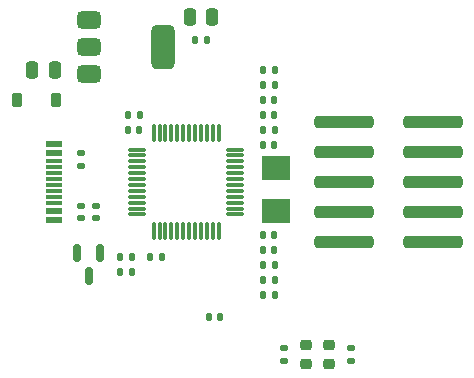
<source format=gbr>
G04 #@! TF.GenerationSoftware,KiCad,Pcbnew,9.0.2+dfsg-1*
G04 #@! TF.CreationDate,2025-08-10T10:43:45+08:00*
G04 #@! TF.ProjectId,stlink,73746c69-6e6b-42e6-9b69-6361645f7063,a*
G04 #@! TF.SameCoordinates,Original*
G04 #@! TF.FileFunction,Paste,Top*
G04 #@! TF.FilePolarity,Positive*
%FSLAX46Y46*%
G04 Gerber Fmt 4.6, Leading zero omitted, Abs format (unit mm)*
G04 Created by KiCad (PCBNEW 9.0.2+dfsg-1) date 2025-08-10 10:43:45*
%MOMM*%
%LPD*%
G01*
G04 APERTURE LIST*
G04 Aperture macros list*
%AMRoundRect*
0 Rectangle with rounded corners*
0 $1 Rounding radius*
0 $2 $3 $4 $5 $6 $7 $8 $9 X,Y pos of 4 corners*
0 Add a 4 corners polygon primitive as box body*
4,1,4,$2,$3,$4,$5,$6,$7,$8,$9,$2,$3,0*
0 Add four circle primitives for the rounded corners*
1,1,$1+$1,$2,$3*
1,1,$1+$1,$4,$5*
1,1,$1+$1,$6,$7*
1,1,$1+$1,$8,$9*
0 Add four rect primitives between the rounded corners*
20,1,$1+$1,$2,$3,$4,$5,0*
20,1,$1+$1,$4,$5,$6,$7,0*
20,1,$1+$1,$6,$7,$8,$9,0*
20,1,$1+$1,$8,$9,$2,$3,0*%
G04 Aperture macros list end*
%ADD10RoundRect,0.250000X0.250000X0.475000X-0.250000X0.475000X-0.250000X-0.475000X0.250000X-0.475000X0*%
%ADD11RoundRect,0.250000X-0.250000X-0.475000X0.250000X-0.475000X0.250000X0.475000X-0.250000X0.475000X0*%
%ADD12RoundRect,0.135000X-0.185000X0.135000X-0.185000X-0.135000X0.185000X-0.135000X0.185000X0.135000X0*%
%ADD13RoundRect,0.140000X-0.140000X-0.170000X0.140000X-0.170000X0.140000X0.170000X-0.140000X0.170000X0*%
%ADD14RoundRect,0.140000X0.140000X0.170000X-0.140000X0.170000X-0.140000X-0.170000X0.140000X-0.170000X0*%
%ADD15RoundRect,0.250000X-2.250000X-0.260000X2.250000X-0.260000X2.250000X0.260000X-2.250000X0.260000X0*%
%ADD16RoundRect,0.218750X-0.256250X0.218750X-0.256250X-0.218750X0.256250X-0.218750X0.256250X0.218750X0*%
%ADD17RoundRect,0.218750X0.256250X-0.218750X0.256250X0.218750X-0.256250X0.218750X-0.256250X-0.218750X0*%
%ADD18RoundRect,0.135000X0.185000X-0.135000X0.185000X0.135000X-0.185000X0.135000X-0.185000X-0.135000X0*%
%ADD19RoundRect,0.225000X0.225000X0.375000X-0.225000X0.375000X-0.225000X-0.375000X0.225000X-0.375000X0*%
%ADD20RoundRect,0.075000X0.662500X0.075000X-0.662500X0.075000X-0.662500X-0.075000X0.662500X-0.075000X0*%
%ADD21RoundRect,0.075000X0.075000X0.662500X-0.075000X0.662500X-0.075000X-0.662500X0.075000X-0.662500X0*%
%ADD22RoundRect,0.135000X-0.135000X-0.185000X0.135000X-0.185000X0.135000X0.185000X-0.135000X0.185000X0*%
%ADD23RoundRect,0.135000X0.135000X0.185000X-0.135000X0.185000X-0.135000X-0.185000X0.135000X-0.185000X0*%
%ADD24RoundRect,0.150000X-0.150000X0.587500X-0.150000X-0.587500X0.150000X-0.587500X0.150000X0.587500X0*%
%ADD25R,2.400000X2.000000*%
%ADD26R,1.450000X0.600000*%
%ADD27R,1.450000X0.300000*%
%ADD28RoundRect,0.375000X-0.625000X-0.375000X0.625000X-0.375000X0.625000X0.375000X-0.625000X0.375000X0*%
%ADD29RoundRect,0.500000X-0.500000X-1.400000X0.500000X-1.400000X0.500000X1.400000X-0.500000X1.400000X0*%
G04 APERTURE END LIST*
D10*
G04 #@! TO.C,C4*
X109535000Y-79375000D03*
X107635000Y-79375000D03*
G04 #@! TD*
D11*
G04 #@! TO.C,C5*
X120970000Y-74930000D03*
X122870000Y-74930000D03*
G04 #@! TD*
D12*
G04 #@! TO.C,R5*
X113030000Y-90930000D03*
X113030000Y-91950000D03*
G04 #@! TD*
D13*
G04 #@! TO.C,C6*
X127155000Y-94615000D03*
X128115000Y-94615000D03*
G04 #@! TD*
G04 #@! TO.C,C7*
X127155000Y-81915000D03*
X128115000Y-81915000D03*
G04 #@! TD*
D14*
G04 #@! TO.C,C8*
X116685000Y-84455000D03*
X115725000Y-84455000D03*
G04 #@! TD*
G04 #@! TO.C,C9*
X123515000Y-100330000D03*
X122555000Y-100330000D03*
G04 #@! TD*
D15*
G04 #@! TO.C,J2*
X133995000Y-83820000D03*
X141595000Y-83820000D03*
X133995000Y-86360000D03*
X141595000Y-86360000D03*
X133995000Y-88900000D03*
X141595000Y-88900000D03*
X133995000Y-91440000D03*
X141595000Y-91440000D03*
X133995000Y-93980000D03*
X141595000Y-93980000D03*
G04 #@! TD*
D13*
G04 #@! TO.C,C2*
X127155000Y-93345000D03*
X128115000Y-93345000D03*
G04 #@! TD*
G04 #@! TO.C,C3*
X127155000Y-85725000D03*
X128115000Y-85725000D03*
G04 #@! TD*
D16*
G04 #@! TO.C,D2*
X132715000Y-102717500D03*
X132715000Y-104292500D03*
G04 #@! TD*
D17*
G04 #@! TO.C,D3*
X130810000Y-104292500D03*
X130810000Y-102717500D03*
G04 #@! TD*
D18*
G04 #@! TO.C,R14*
X134620000Y-104015000D03*
X134620000Y-102995000D03*
G04 #@! TD*
D19*
G04 #@! TO.C,D1*
X109600000Y-81915000D03*
X106300000Y-81915000D03*
G04 #@! TD*
D20*
G04 #@! TO.C,U1*
X124812500Y-91650000D03*
X124812500Y-91150000D03*
X124812500Y-90650000D03*
X124812500Y-90150000D03*
X124812500Y-89650000D03*
X124812500Y-89150000D03*
X124812500Y-88650000D03*
X124812500Y-88150000D03*
X124812500Y-87650000D03*
X124812500Y-87150000D03*
X124812500Y-86650000D03*
X124812500Y-86150000D03*
D21*
X123400000Y-84737500D03*
X122900000Y-84737500D03*
X122400000Y-84737500D03*
X121900000Y-84737500D03*
X121400000Y-84737500D03*
X120900000Y-84737500D03*
X120400000Y-84737500D03*
X119900000Y-84737500D03*
X119400000Y-84737500D03*
X118900000Y-84737500D03*
X118400000Y-84737500D03*
X117900000Y-84737500D03*
D20*
X116487500Y-86150000D03*
X116487500Y-86650000D03*
X116487500Y-87150000D03*
X116487500Y-87650000D03*
X116487500Y-88150000D03*
X116487500Y-88650000D03*
X116487500Y-89150000D03*
X116487500Y-89650000D03*
X116487500Y-90150000D03*
X116487500Y-90650000D03*
X116487500Y-91150000D03*
X116487500Y-91650000D03*
D21*
X117900000Y-93062500D03*
X118400000Y-93062500D03*
X118900000Y-93062500D03*
X119400000Y-93062500D03*
X119900000Y-93062500D03*
X120400000Y-93062500D03*
X120900000Y-93062500D03*
X121400000Y-93062500D03*
X121900000Y-93062500D03*
X122400000Y-93062500D03*
X122900000Y-93062500D03*
X123400000Y-93062500D03*
G04 #@! TD*
D13*
G04 #@! TO.C,C1*
X127155000Y-83185000D03*
X128115000Y-83185000D03*
G04 #@! TD*
D22*
G04 #@! TO.C,R1*
X127125000Y-84455000D03*
X128145000Y-84455000D03*
G04 #@! TD*
D23*
G04 #@! TO.C,R2*
X128145000Y-98425000D03*
X127125000Y-98425000D03*
G04 #@! TD*
G04 #@! TO.C,R11*
X116715000Y-83185000D03*
X115695000Y-83185000D03*
G04 #@! TD*
D24*
G04 #@! TO.C,Q1*
X113345000Y-94947500D03*
X111445000Y-94947500D03*
X112395000Y-96822500D03*
G04 #@! TD*
D23*
G04 #@! TO.C,R8*
X116080000Y-96520000D03*
X115060000Y-96520000D03*
G04 #@! TD*
D22*
G04 #@! TO.C,R9*
X115060000Y-95250000D03*
X116080000Y-95250000D03*
G04 #@! TD*
D23*
G04 #@! TO.C,R6*
X128145000Y-97155000D03*
X127125000Y-97155000D03*
G04 #@! TD*
G04 #@! TO.C,R7*
X128145000Y-95885000D03*
X127125000Y-95885000D03*
G04 #@! TD*
D22*
G04 #@! TO.C,R12*
X127125000Y-79375000D03*
X128145000Y-79375000D03*
G04 #@! TD*
D23*
G04 #@! TO.C,R10*
X118620000Y-95250000D03*
X117600000Y-95250000D03*
G04 #@! TD*
D25*
G04 #@! TO.C,Y1*
X128270000Y-91385000D03*
X128270000Y-87685000D03*
G04 #@! TD*
D12*
G04 #@! TO.C,R15*
X128905000Y-102995000D03*
X128905000Y-104015000D03*
G04 #@! TD*
D23*
G04 #@! TO.C,R13*
X128145000Y-80645000D03*
X127125000Y-80645000D03*
G04 #@! TD*
D18*
G04 #@! TO.C,R3*
X111760000Y-91950000D03*
X111760000Y-90930000D03*
G04 #@! TD*
D26*
G04 #@! TO.C,J1*
X109455000Y-85650000D03*
X109455000Y-86450000D03*
D27*
X109455000Y-87650000D03*
X109455000Y-88650000D03*
X109455000Y-89150000D03*
X109455000Y-90150000D03*
D26*
X109455000Y-91350000D03*
X109455000Y-92150000D03*
X109455000Y-92150000D03*
X109455000Y-91350000D03*
D27*
X109455000Y-90650000D03*
X109455000Y-89650000D03*
X109455000Y-88150000D03*
X109455000Y-87150000D03*
D26*
X109455000Y-86450000D03*
X109455000Y-85650000D03*
G04 #@! TD*
D13*
G04 #@! TO.C,C10*
X121440000Y-76835000D03*
X122400000Y-76835000D03*
G04 #@! TD*
D12*
G04 #@! TO.C,R4*
X111760000Y-86485000D03*
X111760000Y-87505000D03*
G04 #@! TD*
D28*
G04 #@! TO.C,U3*
X112420000Y-75170000D03*
X112420000Y-77470000D03*
D29*
X118720000Y-77470000D03*
D28*
X112420000Y-79770000D03*
G04 #@! TD*
M02*

</source>
